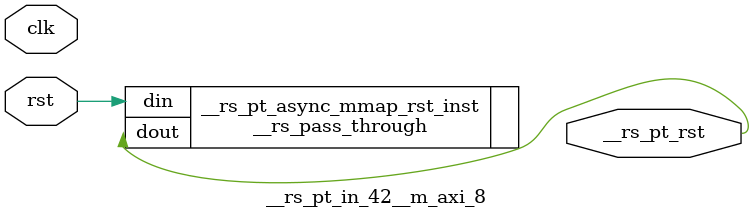
<source format=v>
`timescale 1 ns / 1 ps
/**   Generated by RapidStream   **/
module __rs_pt_in_42__m_axi_8 #(
    parameter BufferSize         = 32,
    parameter BufferSizeLog      = 5,
    parameter AddrWidth          = 64,
    parameter AxiSideAddrWidth   = 64,
    parameter DataWidth          = 512,
    parameter DataWidthBytesLog  = 6,
    parameter WaitTimeWidth      = 4,
    parameter BurstLenWidth      = 8,
    parameter EnableReadChannel  = 1,
    parameter EnableWriteChannel = 1,
    parameter MaxWaitTime        = 3,
    parameter MaxBurstLen        = 15
) (
    output wire __rs_pt_rst,
    input wire  clk,
    input wire  rst
);




__rs_pass_through #(
    .WIDTH (1)
) __rs_pt_async_mmap_rst_inst /**   Generated by RapidStream   **/ (
    .din  (rst),
    .dout (__rs_pt_rst)
);

endmodule  // __rs_pt_in_42__m_axi_8
</source>
